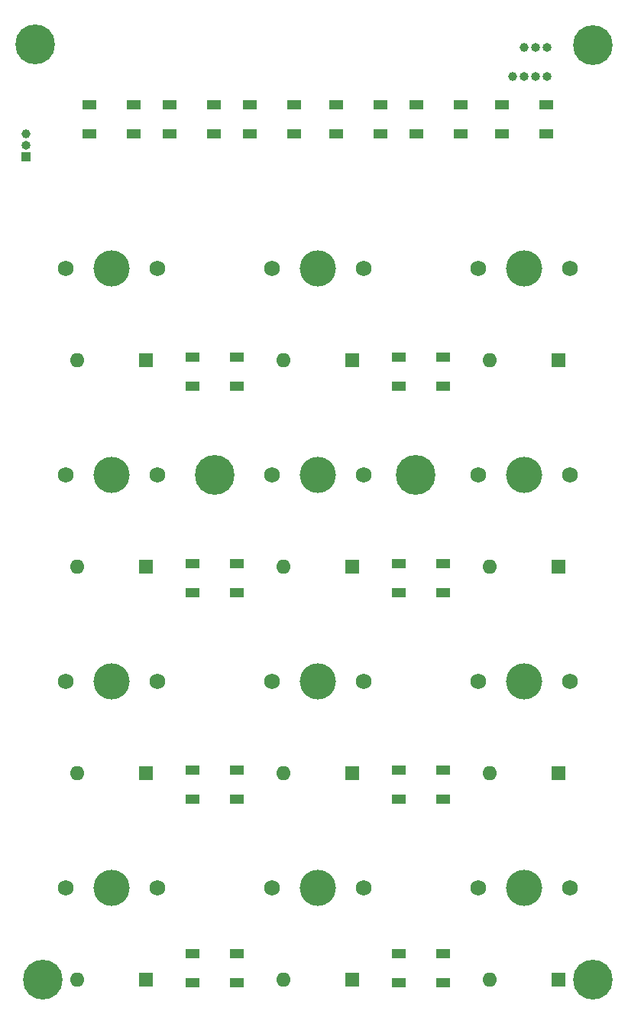
<source format=gbr>
%TF.GenerationSoftware,KiCad,Pcbnew,(6.0.4)*%
%TF.CreationDate,2022-05-16T19:34:58+01:00*%
%TF.ProjectId,Macropad v2,4d616372-6f70-4616-9420-76322e6b6963,rev?*%
%TF.SameCoordinates,Original*%
%TF.FileFunction,Soldermask,Top*%
%TF.FilePolarity,Negative*%
%FSLAX46Y46*%
G04 Gerber Fmt 4.6, Leading zero omitted, Abs format (unit mm)*
G04 Created by KiCad (PCBNEW (6.0.4)) date 2022-05-16 19:34:58*
%MOMM*%
%LPD*%
G01*
G04 APERTURE LIST*
%ADD10R,1.600000X1.600000*%
%ADD11O,1.600000X1.600000*%
%ADD12R,1.500000X1.000000*%
%ADD13C,1.750000*%
%ADD14C,4.000000*%
%ADD15C,4.400000*%
%ADD16C,0.700000*%
%ADD17C,1.000000*%
%ADD18O,1.000000X1.000000*%
%ADD19R,1.000000X1.000000*%
G04 APERTURE END LIST*
D10*
%TO.C,D16*%
X122555000Y-85407500D03*
D11*
X114935000Y-85407500D03*
%TD*%
D12*
%TO.C,D12*%
X150585000Y-130797500D03*
X150585000Y-133997500D03*
X155485000Y-133997500D03*
X155485000Y-130797500D03*
%TD*%
D13*
%TO.C,SW4*%
X123825000Y-143827500D03*
D14*
X118745000Y-143827500D03*
D13*
X113665000Y-143827500D03*
%TD*%
D10*
%TO.C,D23*%
X145415000Y-153987500D03*
D11*
X137795000Y-153987500D03*
%TD*%
D10*
%TO.C,D19*%
X122555000Y-153987500D03*
D11*
X114935000Y-153987500D03*
%TD*%
D12*
%TO.C,D6*%
X162015000Y-57137500D03*
X162015000Y-60337500D03*
X166915000Y-60337500D03*
X166915000Y-57137500D03*
%TD*%
D15*
%TO.C,H8*%
X172085000Y-50482500D03*
D16*
X173251726Y-51649226D03*
X172085000Y-52132500D03*
X170918274Y-51649226D03*
X173735000Y-50482500D03*
X173251726Y-49315774D03*
X170918274Y-49315774D03*
X172085000Y-48832500D03*
X170435000Y-50482500D03*
%TD*%
%TO.C,H6*%
X151233274Y-99274226D03*
X152400000Y-99757500D03*
X153566726Y-96940774D03*
D15*
X152400000Y-98107500D03*
D16*
X152400000Y-96457500D03*
X151233274Y-96940774D03*
X154050000Y-98107500D03*
X153566726Y-99274226D03*
X150750000Y-98107500D03*
%TD*%
D12*
%TO.C,D7*%
X127725000Y-85077500D03*
X127725000Y-88277500D03*
X132625000Y-88277500D03*
X132625000Y-85077500D03*
%TD*%
%TO.C,D11*%
X127725000Y-130797500D03*
X127725000Y-133997500D03*
X132625000Y-133997500D03*
X132625000Y-130797500D03*
%TD*%
D17*
%TO.C,J1*%
X109220000Y-60325000D03*
D18*
X109220000Y-61595000D03*
D19*
X109220000Y-62865000D03*
%TD*%
D12*
%TO.C,D13*%
X127725000Y-151117500D03*
X127725000Y-154317500D03*
X132625000Y-154317500D03*
X132625000Y-151117500D03*
%TD*%
%TO.C,D10*%
X150585000Y-107937500D03*
X150585000Y-111137500D03*
X155485000Y-111137500D03*
X155485000Y-107937500D03*
%TD*%
D10*
%TO.C,D21*%
X145415000Y-108267500D03*
D11*
X137795000Y-108267500D03*
%TD*%
D14*
%TO.C,SW11*%
X164465000Y-120967500D03*
D13*
X159385000Y-120967500D03*
X169545000Y-120967500D03*
%TD*%
D16*
%TO.C,H1*%
X110204840Y-52084973D03*
X108554840Y-50434973D03*
X111854840Y-50434973D03*
X111371566Y-51601699D03*
X111371566Y-49268247D03*
X109038114Y-51601699D03*
X110204840Y-48784973D03*
D15*
X110204840Y-50434973D03*
D16*
X109038114Y-49268247D03*
%TD*%
D12*
%TO.C,D8*%
X150585000Y-85077500D03*
X150585000Y-88277500D03*
X155485000Y-88277500D03*
X155485000Y-85077500D03*
%TD*%
D13*
%TO.C,SW8*%
X146685000Y-143827500D03*
D14*
X141605000Y-143827500D03*
D13*
X136525000Y-143827500D03*
%TD*%
D12*
%TO.C,D3*%
X134075000Y-57137500D03*
X134075000Y-60337500D03*
X138975000Y-60337500D03*
X138975000Y-57137500D03*
%TD*%
D10*
%TO.C,D22*%
X145415000Y-131127500D03*
D11*
X137795000Y-131127500D03*
%TD*%
D17*
%TO.C,J2*%
X164460000Y-50800000D03*
D18*
X165730000Y-50800000D03*
X167000000Y-50800000D03*
%TD*%
D10*
%TO.C,D24*%
X168275000Y-85407500D03*
D11*
X160655000Y-85407500D03*
%TD*%
D12*
%TO.C,D9*%
X127725000Y-107937500D03*
X127725000Y-111137500D03*
X132625000Y-111137500D03*
X132625000Y-107937500D03*
%TD*%
D10*
%TO.C,D17*%
X122555000Y-108267500D03*
D11*
X114935000Y-108267500D03*
%TD*%
D10*
%TO.C,D27*%
X168275000Y-153987500D03*
D11*
X160655000Y-153987500D03*
%TD*%
D14*
%TO.C,SW9*%
X164465000Y-75247500D03*
D13*
X169545000Y-75247500D03*
X159385000Y-75247500D03*
%TD*%
D12*
%TO.C,D4*%
X143600000Y-57137500D03*
X143600000Y-60337500D03*
X148500000Y-60337500D03*
X148500000Y-57137500D03*
%TD*%
D16*
%TO.C,H4*%
X170918274Y-155154226D03*
X170435000Y-153987500D03*
X170918274Y-152820774D03*
X172085000Y-152337500D03*
X173251726Y-152820774D03*
X173735000Y-153987500D03*
D15*
X172085000Y-153987500D03*
D16*
X172085000Y-155637500D03*
X173251726Y-155154226D03*
%TD*%
D10*
%TO.C,D25*%
X168275000Y-108267500D03*
D11*
X160655000Y-108267500D03*
%TD*%
D10*
%TO.C,D26*%
X168275000Y-131127500D03*
D11*
X160655000Y-131127500D03*
%TD*%
D13*
%TO.C,SW7*%
X146685000Y-120967500D03*
D14*
X141605000Y-120967500D03*
D13*
X136525000Y-120967500D03*
%TD*%
%TO.C,SW2*%
X123825000Y-98107500D03*
D14*
X118745000Y-98107500D03*
D13*
X113665000Y-98107500D03*
%TD*%
D14*
%TO.C,SW12*%
X164465000Y-143827500D03*
D13*
X169545000Y-143827500D03*
X159385000Y-143827500D03*
%TD*%
D16*
%TO.C,H3*%
X111125000Y-155637500D03*
X111125000Y-152337500D03*
X109958274Y-155154226D03*
D15*
X111125000Y-153987500D03*
D16*
X112291726Y-152820774D03*
X112291726Y-155154226D03*
X112775000Y-153987500D03*
X109958274Y-152820774D03*
X109475000Y-153987500D03*
%TD*%
D13*
%TO.C,SW6*%
X136525000Y-98107500D03*
X146685000Y-98107500D03*
D14*
X141605000Y-98107500D03*
%TD*%
D12*
%TO.C,D2*%
X125185000Y-57137500D03*
X125185000Y-60337500D03*
X130085000Y-60337500D03*
X130085000Y-57137500D03*
%TD*%
D10*
%TO.C,D20*%
X145415000Y-85407500D03*
D11*
X137795000Y-85407500D03*
%TD*%
D14*
%TO.C,SW3*%
X118745000Y-120967500D03*
D13*
X113665000Y-120967500D03*
X123825000Y-120967500D03*
%TD*%
%TO.C,SW5*%
X136525000Y-75247500D03*
X146685000Y-75247500D03*
D14*
X141605000Y-75247500D03*
%TD*%
D16*
%TO.C,H5*%
X131341726Y-99274226D03*
X129008274Y-96940774D03*
X130175000Y-99757500D03*
X131341726Y-96940774D03*
D15*
X130175000Y-98107500D03*
D16*
X129008274Y-99274226D03*
X128525000Y-98107500D03*
X130175000Y-96457500D03*
X131825000Y-98107500D03*
%TD*%
D17*
%TO.C,J3*%
X163195000Y-53975000D03*
D18*
X164465000Y-53975000D03*
X165735000Y-53975000D03*
X167005000Y-53975000D03*
%TD*%
D10*
%TO.C,D18*%
X122555000Y-131127500D03*
D11*
X114935000Y-131127500D03*
%TD*%
D13*
%TO.C,SW10*%
X159385000Y-98107500D03*
X169545000Y-98107500D03*
D14*
X164465000Y-98107500D03*
%TD*%
D12*
%TO.C,D5*%
X152490000Y-57137500D03*
X152490000Y-60337500D03*
X157390000Y-60337500D03*
X157390000Y-57137500D03*
%TD*%
%TO.C,D14*%
X150585000Y-151117500D03*
X150585000Y-154317500D03*
X155485000Y-154317500D03*
X155485000Y-151117500D03*
%TD*%
D14*
%TO.C,SW1*%
X118745000Y-75247500D03*
D13*
X113665000Y-75247500D03*
X123825000Y-75247500D03*
%TD*%
D12*
%TO.C,D1*%
X116295000Y-57137500D03*
X116295000Y-60337500D03*
X121195000Y-60337500D03*
X121195000Y-57137500D03*
%TD*%
M02*

</source>
